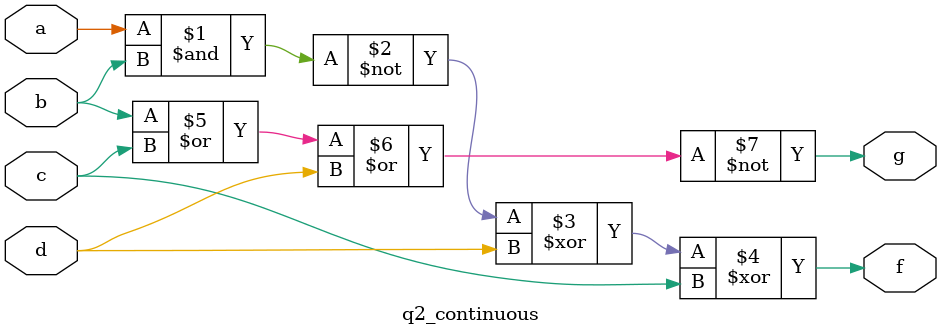
<source format=v>
module q2_continuous(a,b,c,d,f,g);
	input a,b,c,d;
	output f,g;
	assign f = (~(a&b))^d^c;
	assign g = ~(b|c|d);
endmodule

</source>
